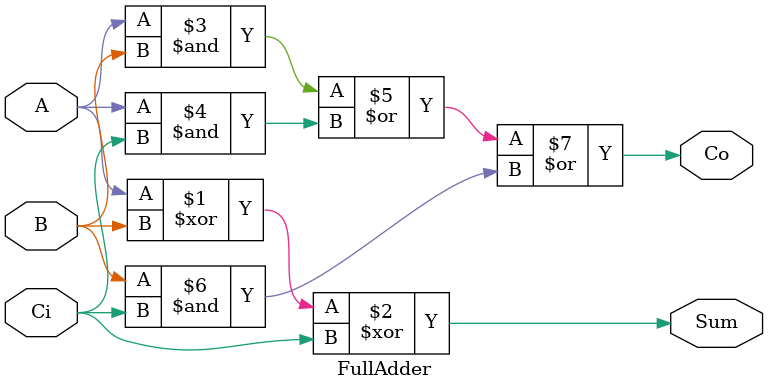
<source format=v>
module FullAdder(	// file.cleaned.mlir:2:3
  input  A,	// file.cleaned.mlir:2:27
         B,	// file.cleaned.mlir:2:39
         Ci,	// file.cleaned.mlir:2:51
  output Sum,	// file.cleaned.mlir:2:65
         Co	// file.cleaned.mlir:2:79
);

  assign Sum = A ^ B ^ Ci;	// file.cleaned.mlir:3:10, :8:5
  assign Co = A & B | A & Ci | B & Ci;	// file.cleaned.mlir:4:10, :5:10, :6:10, :7:10, :8:5
endmodule


</source>
